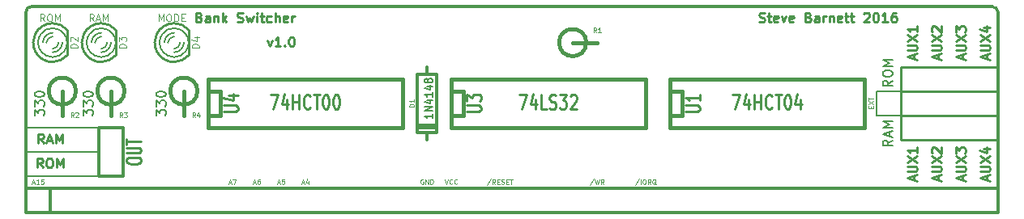
<source format=gto>
G04 (created by PCBNEW (2013-03-19 BZR 4004)-stable) date 13/06/2016 14:56:16*
%MOIN*%
G04 Gerber Fmt 3.4, Leading zero omitted, Abs format*
%FSLAX34Y34*%
G01*
G70*
G90*
G04 APERTURE LIST*
%ADD10C,0.006*%
%ADD11C,0.00492126*%
%ADD12C,0.00984252*%
%ADD13C,0.00787402*%
%ADD14C,0.012*%
%ADD15C,0.015*%
%ADD16C,0.01*%
%ADD17C,0.01125*%
%ADD18C,0.0035*%
%ADD19C,0.00755905*%
%ADD20C,0.008*%
G04 APERTURE END LIST*
G54D10*
G54D11*
X25732Y-7623D02*
X25564Y-7876D01*
X25798Y-7829D02*
X25798Y-7632D01*
X25929Y-7632D02*
X25967Y-7632D01*
X25985Y-7642D01*
X26004Y-7660D01*
X26014Y-7698D01*
X26014Y-7764D01*
X26004Y-7801D01*
X25985Y-7820D01*
X25967Y-7829D01*
X25929Y-7829D01*
X25910Y-7820D01*
X25892Y-7801D01*
X25882Y-7764D01*
X25882Y-7698D01*
X25892Y-7660D01*
X25910Y-7642D01*
X25929Y-7632D01*
X26210Y-7829D02*
X26145Y-7735D01*
X26098Y-7829D02*
X26098Y-7632D01*
X26173Y-7632D01*
X26192Y-7642D01*
X26201Y-7651D01*
X26210Y-7670D01*
X26210Y-7698D01*
X26201Y-7717D01*
X26192Y-7726D01*
X26173Y-7735D01*
X26098Y-7735D01*
X26426Y-7848D02*
X26407Y-7839D01*
X26389Y-7820D01*
X26360Y-7792D01*
X26342Y-7782D01*
X26323Y-7782D01*
X26332Y-7829D02*
X26314Y-7820D01*
X26295Y-7801D01*
X26285Y-7764D01*
X26285Y-7698D01*
X26295Y-7660D01*
X26314Y-7642D01*
X26332Y-7632D01*
X26370Y-7632D01*
X26389Y-7642D01*
X26407Y-7660D01*
X26417Y-7698D01*
X26417Y-7764D01*
X26407Y-7801D01*
X26389Y-7820D01*
X26370Y-7829D01*
X26332Y-7829D01*
X23873Y-7623D02*
X23704Y-7876D01*
X23920Y-7632D02*
X23967Y-7829D01*
X24004Y-7689D01*
X24042Y-7829D01*
X24089Y-7632D01*
X24276Y-7829D02*
X24210Y-7735D01*
X24164Y-7829D02*
X24164Y-7632D01*
X24239Y-7632D01*
X24257Y-7642D01*
X24267Y-7651D01*
X24276Y-7670D01*
X24276Y-7698D01*
X24267Y-7717D01*
X24257Y-7726D01*
X24239Y-7735D01*
X24164Y-7735D01*
X19639Y-7623D02*
X19470Y-7876D01*
X19817Y-7829D02*
X19751Y-7735D01*
X19704Y-7829D02*
X19704Y-7632D01*
X19779Y-7632D01*
X19798Y-7642D01*
X19807Y-7651D01*
X19817Y-7670D01*
X19817Y-7698D01*
X19807Y-7717D01*
X19798Y-7726D01*
X19779Y-7735D01*
X19704Y-7735D01*
X19901Y-7726D02*
X19967Y-7726D01*
X19995Y-7829D02*
X19901Y-7829D01*
X19901Y-7632D01*
X19995Y-7632D01*
X20070Y-7820D02*
X20098Y-7829D01*
X20145Y-7829D01*
X20164Y-7820D01*
X20173Y-7810D01*
X20182Y-7792D01*
X20182Y-7773D01*
X20173Y-7754D01*
X20164Y-7745D01*
X20145Y-7735D01*
X20107Y-7726D01*
X20089Y-7717D01*
X20079Y-7707D01*
X20070Y-7689D01*
X20070Y-7670D01*
X20079Y-7651D01*
X20089Y-7642D01*
X20107Y-7632D01*
X20154Y-7632D01*
X20182Y-7642D01*
X20267Y-7726D02*
X20332Y-7726D01*
X20360Y-7829D02*
X20267Y-7829D01*
X20267Y-7632D01*
X20360Y-7632D01*
X20417Y-7632D02*
X20529Y-7632D01*
X20473Y-7829D02*
X20473Y-7632D01*
X17737Y-7632D02*
X17803Y-7829D01*
X17868Y-7632D01*
X18046Y-7810D02*
X18037Y-7820D01*
X18009Y-7829D01*
X17990Y-7829D01*
X17962Y-7820D01*
X17943Y-7801D01*
X17934Y-7782D01*
X17925Y-7745D01*
X17925Y-7717D01*
X17934Y-7679D01*
X17943Y-7660D01*
X17962Y-7642D01*
X17990Y-7632D01*
X18009Y-7632D01*
X18037Y-7642D01*
X18046Y-7651D01*
X18243Y-7810D02*
X18234Y-7820D01*
X18206Y-7829D01*
X18187Y-7829D01*
X18159Y-7820D01*
X18140Y-7801D01*
X18131Y-7782D01*
X18121Y-7745D01*
X18121Y-7717D01*
X18131Y-7679D01*
X18140Y-7660D01*
X18159Y-7642D01*
X18187Y-7632D01*
X18206Y-7632D01*
X18234Y-7642D01*
X18243Y-7651D01*
X16850Y-7642D02*
X16831Y-7632D01*
X16803Y-7632D01*
X16775Y-7642D01*
X16756Y-7660D01*
X16746Y-7679D01*
X16737Y-7717D01*
X16737Y-7745D01*
X16746Y-7782D01*
X16756Y-7801D01*
X16775Y-7820D01*
X16803Y-7829D01*
X16821Y-7829D01*
X16850Y-7820D01*
X16859Y-7810D01*
X16859Y-7745D01*
X16821Y-7745D01*
X16943Y-7829D02*
X16943Y-7632D01*
X17056Y-7829D01*
X17056Y-7632D01*
X17149Y-7829D02*
X17149Y-7632D01*
X17196Y-7632D01*
X17224Y-7642D01*
X17243Y-7660D01*
X17253Y-7679D01*
X17262Y-7717D01*
X17262Y-7745D01*
X17253Y-7782D01*
X17243Y-7801D01*
X17224Y-7820D01*
X17196Y-7829D01*
X17149Y-7829D01*
X11859Y-7773D02*
X11953Y-7773D01*
X11840Y-7829D02*
X11906Y-7632D01*
X11971Y-7829D01*
X12121Y-7698D02*
X12121Y-7829D01*
X12074Y-7623D02*
X12028Y-7764D01*
X12149Y-7764D01*
X10859Y-7773D02*
X10953Y-7773D01*
X10840Y-7829D02*
X10906Y-7632D01*
X10971Y-7829D01*
X11131Y-7632D02*
X11037Y-7632D01*
X11028Y-7726D01*
X11037Y-7717D01*
X11056Y-7707D01*
X11103Y-7707D01*
X11121Y-7717D01*
X11131Y-7726D01*
X11140Y-7745D01*
X11140Y-7792D01*
X11131Y-7810D01*
X11121Y-7820D01*
X11103Y-7829D01*
X11056Y-7829D01*
X11037Y-7820D01*
X11028Y-7810D01*
X9859Y-7773D02*
X9953Y-7773D01*
X9840Y-7829D02*
X9906Y-7632D01*
X9971Y-7829D01*
X10121Y-7632D02*
X10084Y-7632D01*
X10065Y-7642D01*
X10056Y-7651D01*
X10037Y-7679D01*
X10028Y-7717D01*
X10028Y-7792D01*
X10037Y-7810D01*
X10046Y-7820D01*
X10065Y-7829D01*
X10103Y-7829D01*
X10121Y-7820D01*
X10131Y-7810D01*
X10140Y-7792D01*
X10140Y-7745D01*
X10131Y-7726D01*
X10121Y-7717D01*
X10103Y-7707D01*
X10065Y-7707D01*
X10046Y-7717D01*
X10037Y-7726D01*
X10028Y-7745D01*
X8859Y-7773D02*
X8953Y-7773D01*
X8840Y-7829D02*
X8906Y-7632D01*
X8971Y-7829D01*
X9018Y-7632D02*
X9149Y-7632D01*
X9065Y-7829D01*
G54D12*
X10437Y-1896D02*
X10531Y-2159D01*
X10625Y-1896D01*
X10981Y-2159D02*
X10756Y-2159D01*
X10868Y-2159D02*
X10868Y-1765D01*
X10831Y-1821D01*
X10793Y-1859D01*
X10756Y-1878D01*
X11149Y-2121D02*
X11168Y-2140D01*
X11149Y-2159D01*
X11131Y-2140D01*
X11149Y-2121D01*
X11149Y-2159D01*
X11412Y-1765D02*
X11449Y-1765D01*
X11487Y-1784D01*
X11506Y-1803D01*
X11524Y-1840D01*
X11543Y-1915D01*
X11543Y-2009D01*
X11524Y-2084D01*
X11506Y-2121D01*
X11487Y-2140D01*
X11449Y-2159D01*
X11412Y-2159D01*
X11374Y-2140D01*
X11356Y-2121D01*
X11337Y-2084D01*
X11318Y-2009D01*
X11318Y-1915D01*
X11337Y-1840D01*
X11356Y-1803D01*
X11374Y-1784D01*
X11412Y-1765D01*
G54D13*
X3500Y-6500D02*
X500Y-6500D01*
X3500Y-7500D02*
X500Y-7500D01*
X3500Y-5500D02*
X500Y-5500D01*
G54D12*
X30669Y-1140D02*
X30725Y-1159D01*
X30819Y-1159D01*
X30856Y-1140D01*
X30875Y-1121D01*
X30894Y-1084D01*
X30894Y-1046D01*
X30875Y-1009D01*
X30856Y-990D01*
X30819Y-971D01*
X30744Y-953D01*
X30706Y-934D01*
X30687Y-915D01*
X30669Y-878D01*
X30669Y-840D01*
X30687Y-803D01*
X30706Y-784D01*
X30744Y-765D01*
X30837Y-765D01*
X30894Y-784D01*
X31006Y-896D02*
X31156Y-896D01*
X31062Y-765D02*
X31062Y-1103D01*
X31081Y-1140D01*
X31119Y-1159D01*
X31156Y-1159D01*
X31437Y-1140D02*
X31400Y-1159D01*
X31325Y-1159D01*
X31287Y-1140D01*
X31269Y-1103D01*
X31269Y-953D01*
X31287Y-915D01*
X31325Y-896D01*
X31400Y-896D01*
X31437Y-915D01*
X31456Y-953D01*
X31456Y-990D01*
X31269Y-1028D01*
X31587Y-896D02*
X31681Y-1159D01*
X31775Y-896D01*
X32075Y-1140D02*
X32037Y-1159D01*
X31962Y-1159D01*
X31925Y-1140D01*
X31906Y-1103D01*
X31906Y-953D01*
X31925Y-915D01*
X31962Y-896D01*
X32037Y-896D01*
X32075Y-915D01*
X32093Y-953D01*
X32093Y-990D01*
X31906Y-1028D01*
X32693Y-953D02*
X32750Y-971D01*
X32768Y-990D01*
X32787Y-1028D01*
X32787Y-1084D01*
X32768Y-1121D01*
X32750Y-1140D01*
X32712Y-1159D01*
X32562Y-1159D01*
X32562Y-765D01*
X32693Y-765D01*
X32731Y-784D01*
X32750Y-803D01*
X32768Y-840D01*
X32768Y-878D01*
X32750Y-915D01*
X32731Y-934D01*
X32693Y-953D01*
X32562Y-953D01*
X33125Y-1159D02*
X33125Y-953D01*
X33106Y-915D01*
X33068Y-896D01*
X32993Y-896D01*
X32956Y-915D01*
X33125Y-1140D02*
X33087Y-1159D01*
X32993Y-1159D01*
X32956Y-1140D01*
X32937Y-1103D01*
X32937Y-1065D01*
X32956Y-1028D01*
X32993Y-1009D01*
X33087Y-1009D01*
X33125Y-990D01*
X33312Y-1159D02*
X33312Y-896D01*
X33312Y-971D02*
X33331Y-934D01*
X33350Y-915D01*
X33387Y-896D01*
X33425Y-896D01*
X33556Y-896D02*
X33556Y-1159D01*
X33556Y-934D02*
X33574Y-915D01*
X33612Y-896D01*
X33668Y-896D01*
X33706Y-915D01*
X33724Y-953D01*
X33724Y-1159D01*
X34062Y-1140D02*
X34024Y-1159D01*
X33949Y-1159D01*
X33912Y-1140D01*
X33893Y-1103D01*
X33893Y-953D01*
X33912Y-915D01*
X33949Y-896D01*
X34024Y-896D01*
X34062Y-915D01*
X34081Y-953D01*
X34081Y-990D01*
X33893Y-1028D01*
X34193Y-896D02*
X34343Y-896D01*
X34249Y-765D02*
X34249Y-1103D01*
X34268Y-1140D01*
X34306Y-1159D01*
X34343Y-1159D01*
X34418Y-896D02*
X34568Y-896D01*
X34474Y-765D02*
X34474Y-1103D01*
X34493Y-1140D01*
X34531Y-1159D01*
X34568Y-1159D01*
X34981Y-803D02*
X34999Y-784D01*
X35037Y-765D01*
X35131Y-765D01*
X35168Y-784D01*
X35187Y-803D01*
X35206Y-840D01*
X35206Y-878D01*
X35187Y-934D01*
X34962Y-1159D01*
X35206Y-1159D01*
X35449Y-765D02*
X35487Y-765D01*
X35524Y-784D01*
X35543Y-803D01*
X35562Y-840D01*
X35580Y-915D01*
X35580Y-1009D01*
X35562Y-1084D01*
X35543Y-1121D01*
X35524Y-1140D01*
X35487Y-1159D01*
X35449Y-1159D01*
X35412Y-1140D01*
X35393Y-1121D01*
X35374Y-1084D01*
X35356Y-1009D01*
X35356Y-915D01*
X35374Y-840D01*
X35393Y-803D01*
X35412Y-784D01*
X35449Y-765D01*
X35955Y-1159D02*
X35730Y-1159D01*
X35843Y-1159D02*
X35843Y-765D01*
X35805Y-821D01*
X35768Y-859D01*
X35730Y-878D01*
X36293Y-765D02*
X36218Y-765D01*
X36180Y-784D01*
X36162Y-803D01*
X36124Y-859D01*
X36105Y-934D01*
X36105Y-1084D01*
X36124Y-1121D01*
X36143Y-1140D01*
X36180Y-1159D01*
X36255Y-1159D01*
X36293Y-1140D01*
X36312Y-1121D01*
X36330Y-1084D01*
X36330Y-990D01*
X36312Y-953D01*
X36293Y-934D01*
X36255Y-915D01*
X36180Y-915D01*
X36143Y-934D01*
X36124Y-953D01*
X36105Y-990D01*
X7625Y-953D02*
X7681Y-971D01*
X7700Y-990D01*
X7718Y-1028D01*
X7718Y-1084D01*
X7700Y-1121D01*
X7681Y-1140D01*
X7643Y-1159D01*
X7494Y-1159D01*
X7494Y-765D01*
X7625Y-765D01*
X7662Y-784D01*
X7681Y-803D01*
X7700Y-840D01*
X7700Y-878D01*
X7681Y-915D01*
X7662Y-934D01*
X7625Y-953D01*
X7494Y-953D01*
X8056Y-1159D02*
X8056Y-953D01*
X8037Y-915D01*
X8000Y-896D01*
X7925Y-896D01*
X7887Y-915D01*
X8056Y-1140D02*
X8018Y-1159D01*
X7925Y-1159D01*
X7887Y-1140D01*
X7868Y-1103D01*
X7868Y-1065D01*
X7887Y-1028D01*
X7925Y-1009D01*
X8018Y-1009D01*
X8056Y-990D01*
X8243Y-896D02*
X8243Y-1159D01*
X8243Y-934D02*
X8262Y-915D01*
X8300Y-896D01*
X8356Y-896D01*
X8393Y-915D01*
X8412Y-953D01*
X8412Y-1159D01*
X8600Y-1159D02*
X8600Y-765D01*
X8637Y-1009D02*
X8750Y-1159D01*
X8750Y-896D02*
X8600Y-1046D01*
X9200Y-1140D02*
X9256Y-1159D01*
X9350Y-1159D01*
X9387Y-1140D01*
X9406Y-1121D01*
X9425Y-1084D01*
X9425Y-1046D01*
X9406Y-1009D01*
X9387Y-990D01*
X9350Y-971D01*
X9275Y-953D01*
X9237Y-934D01*
X9218Y-915D01*
X9200Y-878D01*
X9200Y-840D01*
X9218Y-803D01*
X9237Y-784D01*
X9275Y-765D01*
X9368Y-765D01*
X9425Y-784D01*
X9556Y-896D02*
X9631Y-1159D01*
X9706Y-971D01*
X9781Y-1159D01*
X9856Y-896D01*
X10006Y-1159D02*
X10006Y-896D01*
X10006Y-765D02*
X9987Y-784D01*
X10006Y-803D01*
X10024Y-784D01*
X10006Y-765D01*
X10006Y-803D01*
X10137Y-896D02*
X10287Y-896D01*
X10193Y-765D02*
X10193Y-1103D01*
X10212Y-1140D01*
X10249Y-1159D01*
X10287Y-1159D01*
X10587Y-1140D02*
X10549Y-1159D01*
X10474Y-1159D01*
X10437Y-1140D01*
X10418Y-1121D01*
X10399Y-1084D01*
X10399Y-971D01*
X10418Y-934D01*
X10437Y-915D01*
X10474Y-896D01*
X10549Y-896D01*
X10587Y-915D01*
X10756Y-1159D02*
X10756Y-765D01*
X10924Y-1159D02*
X10924Y-953D01*
X10906Y-915D01*
X10868Y-896D01*
X10812Y-896D01*
X10774Y-915D01*
X10756Y-934D01*
X11262Y-1140D02*
X11224Y-1159D01*
X11149Y-1159D01*
X11112Y-1140D01*
X11093Y-1103D01*
X11093Y-953D01*
X11112Y-915D01*
X11149Y-896D01*
X11224Y-896D01*
X11262Y-915D01*
X11281Y-953D01*
X11281Y-990D01*
X11093Y-1028D01*
X11449Y-1159D02*
X11449Y-896D01*
X11449Y-971D02*
X11468Y-934D01*
X11487Y-915D01*
X11524Y-896D01*
X11562Y-896D01*
G54D11*
X765Y-7773D02*
X859Y-7773D01*
X746Y-7829D02*
X812Y-7632D01*
X878Y-7829D01*
X1046Y-7829D02*
X934Y-7829D01*
X990Y-7829D02*
X990Y-7632D01*
X971Y-7660D01*
X953Y-7679D01*
X934Y-7689D01*
X1224Y-7632D02*
X1131Y-7632D01*
X1121Y-7726D01*
X1131Y-7717D01*
X1149Y-7707D01*
X1196Y-7707D01*
X1215Y-7717D01*
X1224Y-7726D01*
X1234Y-7745D01*
X1234Y-7792D01*
X1224Y-7810D01*
X1215Y-7820D01*
X1196Y-7829D01*
X1149Y-7829D01*
X1131Y-7820D01*
X1121Y-7810D01*
G54D14*
X40500Y-750D02*
G75*
G03X40250Y-500I-250J0D01*
G74*
G01*
X750Y-500D02*
G75*
G03X500Y-750I0J-250D01*
G74*
G01*
X500Y-750D02*
X500Y-8000D01*
X40250Y-500D02*
X750Y-500D01*
X40500Y-8000D02*
X40500Y-750D01*
G54D12*
X1228Y-6159D02*
X1096Y-5971D01*
X1003Y-6159D02*
X1003Y-5765D01*
X1153Y-5765D01*
X1190Y-5784D01*
X1209Y-5803D01*
X1228Y-5840D01*
X1228Y-5896D01*
X1209Y-5934D01*
X1190Y-5953D01*
X1153Y-5971D01*
X1003Y-5971D01*
X1378Y-6046D02*
X1565Y-6046D01*
X1340Y-6159D02*
X1471Y-5765D01*
X1603Y-6159D01*
X1734Y-6159D02*
X1734Y-5765D01*
X1865Y-6046D01*
X1996Y-5765D01*
X1996Y-6159D01*
X1190Y-7159D02*
X1059Y-6971D01*
X965Y-7159D02*
X965Y-6765D01*
X1115Y-6765D01*
X1153Y-6784D01*
X1171Y-6803D01*
X1190Y-6840D01*
X1190Y-6896D01*
X1171Y-6934D01*
X1153Y-6953D01*
X1115Y-6971D01*
X965Y-6971D01*
X1434Y-6765D02*
X1509Y-6765D01*
X1546Y-6784D01*
X1584Y-6821D01*
X1603Y-6896D01*
X1603Y-7028D01*
X1584Y-7103D01*
X1546Y-7140D01*
X1509Y-7159D01*
X1434Y-7159D01*
X1396Y-7140D01*
X1359Y-7103D01*
X1340Y-7028D01*
X1340Y-6896D01*
X1359Y-6821D01*
X1396Y-6784D01*
X1434Y-6765D01*
X1771Y-7159D02*
X1771Y-6765D01*
X1903Y-7046D01*
X2034Y-6765D01*
X2034Y-7159D01*
X37046Y-7674D02*
X37046Y-7487D01*
X37159Y-7712D02*
X36765Y-7581D01*
X37159Y-7449D01*
X36765Y-7318D02*
X37084Y-7318D01*
X37121Y-7299D01*
X37140Y-7281D01*
X37159Y-7243D01*
X37159Y-7168D01*
X37140Y-7131D01*
X37121Y-7112D01*
X37084Y-7093D01*
X36765Y-7093D01*
X36765Y-6943D02*
X37159Y-6681D01*
X36765Y-6681D02*
X37159Y-6943D01*
X37159Y-6325D02*
X37159Y-6550D01*
X37159Y-6437D02*
X36765Y-6437D01*
X36821Y-6475D01*
X36859Y-6512D01*
X36878Y-6550D01*
X38046Y-7674D02*
X38046Y-7487D01*
X38159Y-7712D02*
X37765Y-7581D01*
X38159Y-7449D01*
X37765Y-7318D02*
X38084Y-7318D01*
X38121Y-7299D01*
X38140Y-7281D01*
X38159Y-7243D01*
X38159Y-7168D01*
X38140Y-7131D01*
X38121Y-7112D01*
X38084Y-7093D01*
X37765Y-7093D01*
X37765Y-6943D02*
X38159Y-6681D01*
X37765Y-6681D02*
X38159Y-6943D01*
X37803Y-6550D02*
X37784Y-6531D01*
X37765Y-6493D01*
X37765Y-6400D01*
X37784Y-6362D01*
X37803Y-6343D01*
X37840Y-6325D01*
X37878Y-6325D01*
X37934Y-6343D01*
X38159Y-6568D01*
X38159Y-6325D01*
X39046Y-7674D02*
X39046Y-7487D01*
X39159Y-7712D02*
X38765Y-7581D01*
X39159Y-7449D01*
X38765Y-7318D02*
X39084Y-7318D01*
X39121Y-7299D01*
X39140Y-7281D01*
X39159Y-7243D01*
X39159Y-7168D01*
X39140Y-7131D01*
X39121Y-7112D01*
X39084Y-7093D01*
X38765Y-7093D01*
X38765Y-6943D02*
X39159Y-6681D01*
X38765Y-6681D02*
X39159Y-6943D01*
X38765Y-6568D02*
X38765Y-6325D01*
X38915Y-6456D01*
X38915Y-6400D01*
X38934Y-6362D01*
X38953Y-6343D01*
X38990Y-6325D01*
X39084Y-6325D01*
X39121Y-6343D01*
X39140Y-6362D01*
X39159Y-6400D01*
X39159Y-6512D01*
X39140Y-6550D01*
X39121Y-6568D01*
X40046Y-7674D02*
X40046Y-7487D01*
X40159Y-7712D02*
X39765Y-7581D01*
X40159Y-7449D01*
X39765Y-7318D02*
X40084Y-7318D01*
X40121Y-7299D01*
X40140Y-7281D01*
X40159Y-7243D01*
X40159Y-7168D01*
X40140Y-7131D01*
X40121Y-7112D01*
X40084Y-7093D01*
X39765Y-7093D01*
X39765Y-6943D02*
X40159Y-6681D01*
X39765Y-6681D02*
X40159Y-6943D01*
X39896Y-6362D02*
X40159Y-6362D01*
X39746Y-6456D02*
X40028Y-6550D01*
X40028Y-6306D01*
X40046Y-2674D02*
X40046Y-2487D01*
X40159Y-2712D02*
X39765Y-2581D01*
X40159Y-2449D01*
X39765Y-2318D02*
X40084Y-2318D01*
X40121Y-2299D01*
X40140Y-2281D01*
X40159Y-2243D01*
X40159Y-2168D01*
X40140Y-2131D01*
X40121Y-2112D01*
X40084Y-2093D01*
X39765Y-2093D01*
X39765Y-1943D02*
X40159Y-1681D01*
X39765Y-1681D02*
X40159Y-1943D01*
X39896Y-1362D02*
X40159Y-1362D01*
X39746Y-1456D02*
X40028Y-1550D01*
X40028Y-1306D01*
X39046Y-2674D02*
X39046Y-2487D01*
X39159Y-2712D02*
X38765Y-2581D01*
X39159Y-2449D01*
X38765Y-2318D02*
X39084Y-2318D01*
X39121Y-2299D01*
X39140Y-2281D01*
X39159Y-2243D01*
X39159Y-2168D01*
X39140Y-2131D01*
X39121Y-2112D01*
X39084Y-2093D01*
X38765Y-2093D01*
X38765Y-1943D02*
X39159Y-1681D01*
X38765Y-1681D02*
X39159Y-1943D01*
X38765Y-1568D02*
X38765Y-1325D01*
X38915Y-1456D01*
X38915Y-1400D01*
X38934Y-1362D01*
X38953Y-1343D01*
X38990Y-1325D01*
X39084Y-1325D01*
X39121Y-1343D01*
X39140Y-1362D01*
X39159Y-1400D01*
X39159Y-1512D01*
X39140Y-1550D01*
X39121Y-1568D01*
X38046Y-2674D02*
X38046Y-2487D01*
X38159Y-2712D02*
X37765Y-2581D01*
X38159Y-2449D01*
X37765Y-2318D02*
X38084Y-2318D01*
X38121Y-2299D01*
X38140Y-2281D01*
X38159Y-2243D01*
X38159Y-2168D01*
X38140Y-2131D01*
X38121Y-2112D01*
X38084Y-2093D01*
X37765Y-2093D01*
X37765Y-1943D02*
X38159Y-1681D01*
X37765Y-1681D02*
X38159Y-1943D01*
X37803Y-1550D02*
X37784Y-1531D01*
X37765Y-1493D01*
X37765Y-1400D01*
X37784Y-1362D01*
X37803Y-1343D01*
X37840Y-1325D01*
X37878Y-1325D01*
X37934Y-1343D01*
X38159Y-1568D01*
X38159Y-1325D01*
X37046Y-2674D02*
X37046Y-2487D01*
X37159Y-2712D02*
X36765Y-2581D01*
X37159Y-2449D01*
X36765Y-2318D02*
X37084Y-2318D01*
X37121Y-2299D01*
X37140Y-2281D01*
X37159Y-2243D01*
X37159Y-2168D01*
X37140Y-2131D01*
X37121Y-2112D01*
X37084Y-2093D01*
X36765Y-2093D01*
X36765Y-1943D02*
X37159Y-1681D01*
X36765Y-1681D02*
X37159Y-1943D01*
X37159Y-1325D02*
X37159Y-1550D01*
X37159Y-1437D02*
X36765Y-1437D01*
X36821Y-1475D01*
X36859Y-1512D01*
X36878Y-1550D01*
G54D14*
X500Y-8000D02*
X40500Y-8000D01*
X40500Y-8000D02*
X40500Y-9000D01*
X40500Y-9000D02*
X500Y-9000D01*
X500Y-9000D02*
X500Y-8000D01*
X1500Y-8000D02*
X1500Y-9000D01*
X4500Y-7500D02*
X3500Y-7500D01*
X3500Y-7500D02*
X3500Y-5500D01*
X3500Y-5500D02*
X4500Y-5500D01*
X4500Y-5500D02*
X4500Y-7500D01*
G54D15*
X27000Y-3500D02*
X35000Y-3500D01*
X35000Y-5500D02*
X27000Y-5500D01*
X27000Y-5500D02*
X27000Y-3500D01*
X27000Y-4000D02*
X27500Y-4000D01*
X27500Y-4000D02*
X27500Y-5000D01*
X27500Y-5000D02*
X27000Y-5000D01*
X35000Y-3500D02*
X35000Y-5500D01*
X8000Y-3500D02*
X16000Y-3500D01*
X16000Y-5500D02*
X8000Y-5500D01*
X8000Y-5500D02*
X8000Y-3500D01*
X8000Y-4000D02*
X8500Y-4000D01*
X8500Y-4000D02*
X8500Y-5000D01*
X8500Y-5000D02*
X8000Y-5000D01*
X16000Y-3500D02*
X16000Y-5500D01*
X18000Y-3500D02*
X26000Y-3500D01*
X26000Y-5500D02*
X18000Y-5500D01*
X18000Y-5500D02*
X18000Y-3500D01*
X18000Y-4000D02*
X18500Y-4000D01*
X18500Y-4000D02*
X18500Y-5000D01*
X18500Y-5000D02*
X18000Y-5000D01*
X26000Y-3500D02*
X26000Y-5500D01*
G54D16*
X2220Y-2500D02*
X2220Y-1500D01*
G54D10*
X1139Y-1615D02*
G75*
G03X1000Y-2000I460J-384D01*
G74*
G01*
X1000Y-2000D02*
G75*
G03X1151Y-2397I599J0D01*
G74*
G01*
X2199Y-2000D02*
G75*
G03X2055Y-1610I-599J0D01*
G74*
G01*
X2060Y-2384D02*
G75*
G03X2200Y-2000I-460J384D01*
G74*
G01*
X2087Y-1650D02*
G75*
G03X1600Y-1400I-487J-349D01*
G74*
G01*
X1600Y-1400D02*
G75*
G03X1120Y-1639I0J-600D01*
G74*
G01*
X1600Y-2599D02*
G75*
G03X2072Y-2368I0J599D01*
G74*
G01*
X1126Y-2368D02*
G75*
G03X1600Y-2600I473J368D01*
G74*
G01*
X1600Y-1750D02*
G75*
G03X1350Y-2000I0J-250D01*
G74*
G01*
X1600Y-1600D02*
G75*
G03X1200Y-2000I0J-400D01*
G74*
G01*
X1600Y-2250D02*
G75*
G03X1850Y-2000I0J250D01*
G74*
G01*
X1600Y-2400D02*
G75*
G03X2000Y-2000I0J400D01*
G74*
G01*
G54D16*
X2213Y-1486D02*
G75*
G03X1600Y-1200I-613J-513D01*
G74*
G01*
X1600Y-1201D02*
G75*
G03X895Y-1623I0J-799D01*
G74*
G01*
X1601Y-2798D02*
G75*
G03X2210Y-2515I-1J798D01*
G74*
G01*
X905Y-2397D02*
G75*
G03X1600Y-2800I694J397D01*
G74*
G01*
X895Y-1620D02*
G75*
G03X800Y-2000I704J-379D01*
G74*
G01*
X800Y-2000D02*
G75*
G03X918Y-2418I799J0D01*
G74*
G01*
X4220Y-2500D02*
X4220Y-1500D01*
G54D10*
X3139Y-1615D02*
G75*
G03X3000Y-2000I460J-384D01*
G74*
G01*
X3000Y-2000D02*
G75*
G03X3151Y-2397I599J0D01*
G74*
G01*
X4199Y-2000D02*
G75*
G03X4055Y-1610I-599J0D01*
G74*
G01*
X4060Y-2384D02*
G75*
G03X4200Y-2000I-460J384D01*
G74*
G01*
X4087Y-1650D02*
G75*
G03X3600Y-1400I-487J-349D01*
G74*
G01*
X3600Y-1400D02*
G75*
G03X3120Y-1639I0J-600D01*
G74*
G01*
X3600Y-2599D02*
G75*
G03X4072Y-2368I0J599D01*
G74*
G01*
X3126Y-2368D02*
G75*
G03X3600Y-2600I473J368D01*
G74*
G01*
X3600Y-1750D02*
G75*
G03X3350Y-2000I0J-250D01*
G74*
G01*
X3600Y-1600D02*
G75*
G03X3200Y-2000I0J-400D01*
G74*
G01*
X3600Y-2250D02*
G75*
G03X3850Y-2000I0J250D01*
G74*
G01*
X3600Y-2400D02*
G75*
G03X4000Y-2000I0J400D01*
G74*
G01*
G54D16*
X4213Y-1486D02*
G75*
G03X3600Y-1200I-613J-513D01*
G74*
G01*
X3600Y-1201D02*
G75*
G03X2895Y-1623I0J-799D01*
G74*
G01*
X3601Y-2798D02*
G75*
G03X4210Y-2515I-1J798D01*
G74*
G01*
X2905Y-2397D02*
G75*
G03X3600Y-2800I694J397D01*
G74*
G01*
X2895Y-1620D02*
G75*
G03X2800Y-2000I704J-379D01*
G74*
G01*
X2800Y-2000D02*
G75*
G03X2918Y-2418I799J0D01*
G74*
G01*
X7220Y-2500D02*
X7220Y-1500D01*
G54D10*
X6139Y-1615D02*
G75*
G03X6000Y-2000I460J-384D01*
G74*
G01*
X6000Y-2000D02*
G75*
G03X6151Y-2397I599J0D01*
G74*
G01*
X7199Y-2000D02*
G75*
G03X7055Y-1610I-599J0D01*
G74*
G01*
X7060Y-2384D02*
G75*
G03X7200Y-2000I-460J384D01*
G74*
G01*
X7087Y-1650D02*
G75*
G03X6600Y-1400I-487J-349D01*
G74*
G01*
X6600Y-1400D02*
G75*
G03X6120Y-1639I0J-600D01*
G74*
G01*
X6600Y-2599D02*
G75*
G03X7072Y-2368I0J599D01*
G74*
G01*
X6126Y-2368D02*
G75*
G03X6600Y-2600I473J368D01*
G74*
G01*
X6600Y-1750D02*
G75*
G03X6350Y-2000I0J-250D01*
G74*
G01*
X6600Y-1600D02*
G75*
G03X6200Y-2000I0J-400D01*
G74*
G01*
X6600Y-2250D02*
G75*
G03X6850Y-2000I0J250D01*
G74*
G01*
X6600Y-2400D02*
G75*
G03X7000Y-2000I0J400D01*
G74*
G01*
G54D16*
X7213Y-1486D02*
G75*
G03X6600Y-1200I-613J-513D01*
G74*
G01*
X6600Y-1201D02*
G75*
G03X5895Y-1623I0J-799D01*
G74*
G01*
X6601Y-2798D02*
G75*
G03X7210Y-2515I-1J798D01*
G74*
G01*
X5905Y-2397D02*
G75*
G03X6600Y-2800I694J397D01*
G74*
G01*
X5895Y-1620D02*
G75*
G03X5800Y-2000I704J-379D01*
G74*
G01*
X5800Y-2000D02*
G75*
G03X5918Y-2418I799J0D01*
G74*
G01*
G54D14*
X17000Y-6000D02*
X17000Y-5700D01*
X17000Y-5700D02*
X17400Y-5700D01*
X17400Y-5700D02*
X17400Y-3300D01*
X17400Y-3300D02*
X17000Y-3300D01*
X17000Y-3300D02*
X17000Y-3000D01*
X17000Y-3300D02*
X16600Y-3300D01*
X16600Y-3300D02*
X16600Y-5700D01*
X16600Y-5700D02*
X17000Y-5700D01*
X17400Y-5500D02*
X16600Y-5500D01*
X16600Y-5400D02*
X17400Y-5400D01*
G54D15*
X23000Y-2000D02*
X24000Y-2000D01*
X23559Y-2000D02*
G75*
G03X23559Y-2000I-559J0D01*
G74*
G01*
X2000Y-4000D02*
X2000Y-5000D01*
X2559Y-4000D02*
G75*
G03X2559Y-4000I-559J0D01*
G74*
G01*
X4000Y-4000D02*
X4000Y-5000D01*
X4559Y-4000D02*
G75*
G03X4559Y-4000I-559J0D01*
G74*
G01*
X7000Y-4000D02*
X7000Y-5000D01*
X7559Y-4000D02*
G75*
G03X7559Y-4000I-559J0D01*
G74*
G01*
G54D16*
X36500Y-3000D02*
X40500Y-3000D01*
X36500Y-4000D02*
X40500Y-4000D01*
X40500Y-4000D02*
X40500Y-3000D01*
X36500Y-3000D02*
X36500Y-4000D01*
X40500Y-6000D02*
X36500Y-6000D01*
X40500Y-5000D02*
X36500Y-5000D01*
X36500Y-5000D02*
X36500Y-6000D01*
X40500Y-6000D02*
X40500Y-5000D01*
X40500Y-5000D02*
X36500Y-5000D01*
X40500Y-4000D02*
X36500Y-4000D01*
X36500Y-4000D02*
X36500Y-5000D01*
X40500Y-5000D02*
X40500Y-4000D01*
G54D10*
X36500Y-5000D02*
X35500Y-5000D01*
X35500Y-4000D02*
X36500Y-4000D01*
X35500Y-5000D02*
X35500Y-4000D01*
X36500Y-4000D02*
X36500Y-5000D01*
G54D16*
X4642Y-6899D02*
X4642Y-6823D01*
X4671Y-6785D01*
X4728Y-6747D01*
X4842Y-6728D01*
X5042Y-6728D01*
X5157Y-6747D01*
X5214Y-6785D01*
X5242Y-6823D01*
X5242Y-6899D01*
X5214Y-6938D01*
X5157Y-6976D01*
X5042Y-6995D01*
X4842Y-6995D01*
X4728Y-6976D01*
X4671Y-6938D01*
X4642Y-6899D01*
X4642Y-6557D02*
X5128Y-6557D01*
X5185Y-6538D01*
X5214Y-6519D01*
X5242Y-6480D01*
X5242Y-6404D01*
X5214Y-6366D01*
X5185Y-6347D01*
X5128Y-6328D01*
X4642Y-6328D01*
X4642Y-6195D02*
X4642Y-5966D01*
X5242Y-6080D02*
X4642Y-6080D01*
G54D17*
X27642Y-4842D02*
X28128Y-4842D01*
X28185Y-4821D01*
X28214Y-4800D01*
X28242Y-4757D01*
X28242Y-4671D01*
X28214Y-4628D01*
X28185Y-4607D01*
X28128Y-4585D01*
X27642Y-4585D01*
X28242Y-4135D02*
X28242Y-4392D01*
X28242Y-4264D02*
X27642Y-4264D01*
X27728Y-4307D01*
X27785Y-4350D01*
X27814Y-4392D01*
G54D14*
G54D17*
X29575Y-4142D02*
X29875Y-4142D01*
X29682Y-4742D01*
X30239Y-4342D02*
X30239Y-4742D01*
X30132Y-4114D02*
X30025Y-4542D01*
X30303Y-4542D01*
X30475Y-4742D02*
X30475Y-4142D01*
X30475Y-4428D02*
X30732Y-4428D01*
X30732Y-4742D02*
X30732Y-4142D01*
X31203Y-4685D02*
X31182Y-4714D01*
X31117Y-4742D01*
X31075Y-4742D01*
X31010Y-4714D01*
X30967Y-4657D01*
X30946Y-4600D01*
X30925Y-4485D01*
X30925Y-4400D01*
X30946Y-4285D01*
X30967Y-4228D01*
X31010Y-4171D01*
X31075Y-4142D01*
X31117Y-4142D01*
X31182Y-4171D01*
X31203Y-4200D01*
X31332Y-4142D02*
X31589Y-4142D01*
X31460Y-4742D02*
X31460Y-4142D01*
X31825Y-4142D02*
X31867Y-4142D01*
X31910Y-4171D01*
X31932Y-4200D01*
X31953Y-4257D01*
X31975Y-4371D01*
X31975Y-4514D01*
X31953Y-4628D01*
X31932Y-4685D01*
X31910Y-4714D01*
X31867Y-4742D01*
X31825Y-4742D01*
X31782Y-4714D01*
X31760Y-4685D01*
X31739Y-4628D01*
X31717Y-4514D01*
X31717Y-4371D01*
X31739Y-4257D01*
X31760Y-4200D01*
X31782Y-4171D01*
X31825Y-4142D01*
X32360Y-4342D02*
X32360Y-4742D01*
X32253Y-4114D02*
X32146Y-4542D01*
X32425Y-4542D01*
G54D14*
G54D17*
X8642Y-4842D02*
X9128Y-4842D01*
X9185Y-4821D01*
X9214Y-4800D01*
X9242Y-4757D01*
X9242Y-4671D01*
X9214Y-4628D01*
X9185Y-4607D01*
X9128Y-4585D01*
X8642Y-4585D01*
X8842Y-4178D02*
X9242Y-4178D01*
X8614Y-4285D02*
X9042Y-4392D01*
X9042Y-4114D01*
G54D14*
G54D17*
X10575Y-4142D02*
X10875Y-4142D01*
X10682Y-4742D01*
X11239Y-4342D02*
X11239Y-4742D01*
X11132Y-4114D02*
X11025Y-4542D01*
X11303Y-4542D01*
X11475Y-4742D02*
X11475Y-4142D01*
X11475Y-4428D02*
X11732Y-4428D01*
X11732Y-4742D02*
X11732Y-4142D01*
X12203Y-4685D02*
X12182Y-4714D01*
X12117Y-4742D01*
X12075Y-4742D01*
X12010Y-4714D01*
X11967Y-4657D01*
X11946Y-4600D01*
X11925Y-4485D01*
X11925Y-4400D01*
X11946Y-4285D01*
X11967Y-4228D01*
X12010Y-4171D01*
X12075Y-4142D01*
X12117Y-4142D01*
X12182Y-4171D01*
X12203Y-4200D01*
X12332Y-4142D02*
X12589Y-4142D01*
X12460Y-4742D02*
X12460Y-4142D01*
X12825Y-4142D02*
X12867Y-4142D01*
X12910Y-4171D01*
X12932Y-4200D01*
X12953Y-4257D01*
X12975Y-4371D01*
X12975Y-4514D01*
X12953Y-4628D01*
X12932Y-4685D01*
X12910Y-4714D01*
X12867Y-4742D01*
X12825Y-4742D01*
X12782Y-4714D01*
X12760Y-4685D01*
X12739Y-4628D01*
X12717Y-4514D01*
X12717Y-4371D01*
X12739Y-4257D01*
X12760Y-4200D01*
X12782Y-4171D01*
X12825Y-4142D01*
X13253Y-4142D02*
X13296Y-4142D01*
X13339Y-4171D01*
X13360Y-4200D01*
X13382Y-4257D01*
X13403Y-4371D01*
X13403Y-4514D01*
X13382Y-4628D01*
X13360Y-4685D01*
X13339Y-4714D01*
X13296Y-4742D01*
X13253Y-4742D01*
X13210Y-4714D01*
X13189Y-4685D01*
X13167Y-4628D01*
X13146Y-4514D01*
X13146Y-4371D01*
X13167Y-4257D01*
X13189Y-4200D01*
X13210Y-4171D01*
X13253Y-4142D01*
G54D14*
G54D17*
X18642Y-4842D02*
X19128Y-4842D01*
X19185Y-4821D01*
X19214Y-4800D01*
X19242Y-4757D01*
X19242Y-4671D01*
X19214Y-4628D01*
X19185Y-4607D01*
X19128Y-4585D01*
X18642Y-4585D01*
X18642Y-4414D02*
X18642Y-4135D01*
X18871Y-4285D01*
X18871Y-4221D01*
X18900Y-4178D01*
X18928Y-4157D01*
X18985Y-4135D01*
X19128Y-4135D01*
X19185Y-4157D01*
X19214Y-4178D01*
X19242Y-4221D01*
X19242Y-4350D01*
X19214Y-4392D01*
X19185Y-4414D01*
G54D14*
G54D17*
X20810Y-4142D02*
X21110Y-4142D01*
X20917Y-4742D01*
X21475Y-4342D02*
X21475Y-4742D01*
X21367Y-4114D02*
X21260Y-4542D01*
X21539Y-4542D01*
X21925Y-4742D02*
X21710Y-4742D01*
X21710Y-4142D01*
X22053Y-4714D02*
X22117Y-4742D01*
X22225Y-4742D01*
X22267Y-4714D01*
X22289Y-4685D01*
X22310Y-4628D01*
X22310Y-4571D01*
X22289Y-4514D01*
X22267Y-4485D01*
X22225Y-4457D01*
X22139Y-4428D01*
X22096Y-4400D01*
X22075Y-4371D01*
X22053Y-4314D01*
X22053Y-4257D01*
X22075Y-4200D01*
X22096Y-4171D01*
X22139Y-4142D01*
X22246Y-4142D01*
X22310Y-4171D01*
X22460Y-4142D02*
X22739Y-4142D01*
X22589Y-4371D01*
X22653Y-4371D01*
X22696Y-4400D01*
X22717Y-4428D01*
X22739Y-4485D01*
X22739Y-4628D01*
X22717Y-4685D01*
X22696Y-4714D01*
X22653Y-4742D01*
X22525Y-4742D01*
X22482Y-4714D01*
X22460Y-4685D01*
X22910Y-4200D02*
X22932Y-4171D01*
X22975Y-4142D01*
X23082Y-4142D01*
X23125Y-4171D01*
X23146Y-4200D01*
X23167Y-4257D01*
X23167Y-4314D01*
X23146Y-4400D01*
X22889Y-4742D01*
X23167Y-4742D01*
G54D18*
X2621Y-2221D02*
X2321Y-2221D01*
X2321Y-2150D01*
X2335Y-2107D01*
X2364Y-2078D01*
X2392Y-2064D01*
X2450Y-2050D01*
X2492Y-2050D01*
X2550Y-2064D01*
X2578Y-2078D01*
X2607Y-2107D01*
X2621Y-2150D01*
X2621Y-2221D01*
X2350Y-1935D02*
X2335Y-1921D01*
X2321Y-1892D01*
X2321Y-1821D01*
X2335Y-1792D01*
X2350Y-1778D01*
X2378Y-1764D01*
X2407Y-1764D01*
X2450Y-1778D01*
X2621Y-1950D01*
X2621Y-1764D01*
X1264Y-1121D02*
X1164Y-978D01*
X1092Y-1121D02*
X1092Y-821D01*
X1207Y-821D01*
X1235Y-835D01*
X1250Y-850D01*
X1264Y-878D01*
X1264Y-921D01*
X1250Y-950D01*
X1235Y-964D01*
X1207Y-978D01*
X1092Y-978D01*
X1450Y-821D02*
X1507Y-821D01*
X1535Y-835D01*
X1564Y-864D01*
X1578Y-921D01*
X1578Y-1021D01*
X1564Y-1078D01*
X1535Y-1107D01*
X1507Y-1121D01*
X1450Y-1121D01*
X1421Y-1107D01*
X1392Y-1078D01*
X1378Y-1021D01*
X1378Y-921D01*
X1392Y-864D01*
X1421Y-835D01*
X1450Y-821D01*
X1707Y-1121D02*
X1707Y-821D01*
X1807Y-1035D01*
X1907Y-821D01*
X1907Y-1121D01*
X4621Y-2221D02*
X4321Y-2221D01*
X4321Y-2150D01*
X4335Y-2107D01*
X4364Y-2078D01*
X4392Y-2064D01*
X4450Y-2050D01*
X4492Y-2050D01*
X4550Y-2064D01*
X4578Y-2078D01*
X4607Y-2107D01*
X4621Y-2150D01*
X4621Y-2221D01*
X4321Y-1950D02*
X4321Y-1764D01*
X4435Y-1864D01*
X4435Y-1821D01*
X4450Y-1792D01*
X4464Y-1778D01*
X4492Y-1764D01*
X4564Y-1764D01*
X4592Y-1778D01*
X4607Y-1792D01*
X4621Y-1821D01*
X4621Y-1907D01*
X4607Y-1935D01*
X4592Y-1950D01*
X3292Y-1121D02*
X3192Y-978D01*
X3121Y-1121D02*
X3121Y-821D01*
X3235Y-821D01*
X3264Y-835D01*
X3278Y-850D01*
X3292Y-878D01*
X3292Y-921D01*
X3278Y-950D01*
X3264Y-964D01*
X3235Y-978D01*
X3121Y-978D01*
X3407Y-1035D02*
X3550Y-1035D01*
X3378Y-1121D02*
X3478Y-821D01*
X3578Y-1121D01*
X3678Y-1121D02*
X3678Y-821D01*
X3778Y-1035D01*
X3878Y-821D01*
X3878Y-1121D01*
X7621Y-2221D02*
X7321Y-2221D01*
X7321Y-2150D01*
X7335Y-2107D01*
X7364Y-2078D01*
X7392Y-2064D01*
X7450Y-2050D01*
X7492Y-2050D01*
X7550Y-2064D01*
X7578Y-2078D01*
X7607Y-2107D01*
X7621Y-2150D01*
X7621Y-2221D01*
X7421Y-1792D02*
X7621Y-1792D01*
X7307Y-1864D02*
X7521Y-1935D01*
X7521Y-1750D01*
X5957Y-1121D02*
X5957Y-821D01*
X6057Y-1035D01*
X6157Y-821D01*
X6157Y-1121D01*
X6357Y-821D02*
X6414Y-821D01*
X6442Y-835D01*
X6471Y-864D01*
X6485Y-921D01*
X6485Y-1021D01*
X6471Y-1078D01*
X6442Y-1107D01*
X6414Y-1121D01*
X6357Y-1121D01*
X6328Y-1107D01*
X6300Y-1078D01*
X6285Y-1021D01*
X6285Y-921D01*
X6300Y-864D01*
X6328Y-835D01*
X6357Y-821D01*
X6614Y-1121D02*
X6614Y-821D01*
X6685Y-821D01*
X6728Y-835D01*
X6757Y-864D01*
X6771Y-892D01*
X6785Y-950D01*
X6785Y-992D01*
X6771Y-1050D01*
X6757Y-1078D01*
X6728Y-1107D01*
X6685Y-1121D01*
X6614Y-1121D01*
X6914Y-964D02*
X7014Y-964D01*
X7057Y-1121D02*
X6914Y-1121D01*
X6914Y-821D01*
X7057Y-821D01*
G54D11*
X16479Y-4645D02*
X16282Y-4645D01*
X16282Y-4598D01*
X16292Y-4570D01*
X16310Y-4551D01*
X16329Y-4542D01*
X16367Y-4532D01*
X16395Y-4532D01*
X16432Y-4542D01*
X16451Y-4551D01*
X16470Y-4570D01*
X16479Y-4598D01*
X16479Y-4645D01*
X16479Y-4345D02*
X16479Y-4457D01*
X16479Y-4401D02*
X16282Y-4401D01*
X16310Y-4420D01*
X16329Y-4439D01*
X16339Y-4457D01*
G54D19*
X17225Y-4947D02*
X17225Y-5120D01*
X17225Y-5034D02*
X16915Y-5034D01*
X16960Y-5063D01*
X16989Y-5091D01*
X17004Y-5120D01*
X17225Y-4818D02*
X16915Y-4818D01*
X17225Y-4645D01*
X16915Y-4645D01*
X17018Y-4371D02*
X17225Y-4371D01*
X16901Y-4443D02*
X17122Y-4515D01*
X17122Y-4328D01*
X17225Y-4055D02*
X17225Y-4228D01*
X17225Y-4141D02*
X16915Y-4141D01*
X16960Y-4170D01*
X16989Y-4199D01*
X17004Y-4228D01*
X17018Y-3796D02*
X17225Y-3796D01*
X16901Y-3868D02*
X17122Y-3940D01*
X17122Y-3752D01*
X17048Y-3594D02*
X17033Y-3623D01*
X17018Y-3637D01*
X16989Y-3652D01*
X16974Y-3652D01*
X16945Y-3637D01*
X16930Y-3623D01*
X16915Y-3594D01*
X16915Y-3536D01*
X16930Y-3508D01*
X16945Y-3493D01*
X16974Y-3479D01*
X16989Y-3479D01*
X17018Y-3493D01*
X17033Y-3508D01*
X17048Y-3536D01*
X17048Y-3594D01*
X17063Y-3623D01*
X17077Y-3637D01*
X17107Y-3652D01*
X17166Y-3652D01*
X17195Y-3637D01*
X17210Y-3623D01*
X17225Y-3594D01*
X17225Y-3536D01*
X17210Y-3508D01*
X17195Y-3493D01*
X17166Y-3479D01*
X17107Y-3479D01*
X17077Y-3493D01*
X17063Y-3508D01*
X17048Y-3536D01*
G54D11*
X23967Y-1579D02*
X23901Y-1485D01*
X23854Y-1579D02*
X23854Y-1382D01*
X23929Y-1382D01*
X23948Y-1392D01*
X23957Y-1401D01*
X23967Y-1420D01*
X23967Y-1448D01*
X23957Y-1467D01*
X23948Y-1476D01*
X23929Y-1485D01*
X23854Y-1485D01*
X24154Y-1579D02*
X24042Y-1579D01*
X24098Y-1579D02*
X24098Y-1382D01*
X24079Y-1410D01*
X24060Y-1429D01*
X24042Y-1439D01*
X2467Y-5079D02*
X2401Y-4985D01*
X2354Y-5079D02*
X2354Y-4882D01*
X2429Y-4882D01*
X2448Y-4892D01*
X2457Y-4901D01*
X2467Y-4920D01*
X2467Y-4948D01*
X2457Y-4967D01*
X2448Y-4976D01*
X2429Y-4985D01*
X2354Y-4985D01*
X2542Y-4901D02*
X2551Y-4892D01*
X2570Y-4882D01*
X2617Y-4882D01*
X2635Y-4892D01*
X2645Y-4901D01*
X2654Y-4920D01*
X2654Y-4939D01*
X2645Y-4967D01*
X2532Y-5079D01*
X2654Y-5079D01*
G54D20*
X865Y-5006D02*
X865Y-4762D01*
X1015Y-4893D01*
X1015Y-4837D01*
X1034Y-4799D01*
X1053Y-4781D01*
X1090Y-4762D01*
X1184Y-4762D01*
X1221Y-4781D01*
X1240Y-4799D01*
X1259Y-4837D01*
X1259Y-4949D01*
X1240Y-4987D01*
X1221Y-5006D01*
X865Y-4631D02*
X865Y-4387D01*
X1015Y-4518D01*
X1015Y-4462D01*
X1034Y-4425D01*
X1053Y-4406D01*
X1090Y-4387D01*
X1184Y-4387D01*
X1221Y-4406D01*
X1240Y-4425D01*
X1259Y-4462D01*
X1259Y-4574D01*
X1240Y-4612D01*
X1221Y-4631D01*
X865Y-4143D02*
X865Y-4106D01*
X884Y-4068D01*
X903Y-4050D01*
X940Y-4031D01*
X1015Y-4012D01*
X1109Y-4012D01*
X1184Y-4031D01*
X1221Y-4050D01*
X1240Y-4068D01*
X1259Y-4106D01*
X1259Y-4143D01*
X1240Y-4181D01*
X1221Y-4200D01*
X1184Y-4218D01*
X1109Y-4237D01*
X1015Y-4237D01*
X940Y-4218D01*
X903Y-4200D01*
X884Y-4181D01*
X865Y-4143D01*
G54D11*
X4467Y-5079D02*
X4401Y-4985D01*
X4354Y-5079D02*
X4354Y-4882D01*
X4429Y-4882D01*
X4448Y-4892D01*
X4457Y-4901D01*
X4467Y-4920D01*
X4467Y-4948D01*
X4457Y-4967D01*
X4448Y-4976D01*
X4429Y-4985D01*
X4354Y-4985D01*
X4532Y-4882D02*
X4654Y-4882D01*
X4589Y-4957D01*
X4617Y-4957D01*
X4635Y-4967D01*
X4645Y-4976D01*
X4654Y-4995D01*
X4654Y-5042D01*
X4645Y-5060D01*
X4635Y-5070D01*
X4617Y-5079D01*
X4560Y-5079D01*
X4542Y-5070D01*
X4532Y-5060D01*
G54D20*
X2865Y-5006D02*
X2865Y-4762D01*
X3015Y-4893D01*
X3015Y-4837D01*
X3034Y-4799D01*
X3053Y-4781D01*
X3090Y-4762D01*
X3184Y-4762D01*
X3221Y-4781D01*
X3240Y-4799D01*
X3259Y-4837D01*
X3259Y-4949D01*
X3240Y-4987D01*
X3221Y-5006D01*
X2865Y-4631D02*
X2865Y-4387D01*
X3015Y-4518D01*
X3015Y-4462D01*
X3034Y-4425D01*
X3053Y-4406D01*
X3090Y-4387D01*
X3184Y-4387D01*
X3221Y-4406D01*
X3240Y-4425D01*
X3259Y-4462D01*
X3259Y-4574D01*
X3240Y-4612D01*
X3221Y-4631D01*
X2865Y-4143D02*
X2865Y-4106D01*
X2884Y-4068D01*
X2903Y-4050D01*
X2940Y-4031D01*
X3015Y-4012D01*
X3109Y-4012D01*
X3184Y-4031D01*
X3221Y-4050D01*
X3240Y-4068D01*
X3259Y-4106D01*
X3259Y-4143D01*
X3240Y-4181D01*
X3221Y-4200D01*
X3184Y-4218D01*
X3109Y-4237D01*
X3015Y-4237D01*
X2940Y-4218D01*
X2903Y-4200D01*
X2884Y-4181D01*
X2865Y-4143D01*
G54D11*
X7467Y-5079D02*
X7401Y-4985D01*
X7354Y-5079D02*
X7354Y-4882D01*
X7429Y-4882D01*
X7448Y-4892D01*
X7457Y-4901D01*
X7467Y-4920D01*
X7467Y-4948D01*
X7457Y-4967D01*
X7448Y-4976D01*
X7429Y-4985D01*
X7354Y-4985D01*
X7635Y-4948D02*
X7635Y-5079D01*
X7589Y-4873D02*
X7542Y-5014D01*
X7664Y-5014D01*
G54D20*
X5865Y-5006D02*
X5865Y-4762D01*
X6015Y-4893D01*
X6015Y-4837D01*
X6034Y-4799D01*
X6053Y-4781D01*
X6090Y-4762D01*
X6184Y-4762D01*
X6221Y-4781D01*
X6240Y-4799D01*
X6259Y-4837D01*
X6259Y-4949D01*
X6240Y-4987D01*
X6221Y-5006D01*
X5865Y-4631D02*
X5865Y-4387D01*
X6015Y-4518D01*
X6015Y-4462D01*
X6034Y-4425D01*
X6053Y-4406D01*
X6090Y-4387D01*
X6184Y-4387D01*
X6221Y-4406D01*
X6240Y-4425D01*
X6259Y-4462D01*
X6259Y-4574D01*
X6240Y-4612D01*
X6221Y-4631D01*
X5865Y-4143D02*
X5865Y-4106D01*
X5884Y-4068D01*
X5903Y-4050D01*
X5940Y-4031D01*
X6015Y-4012D01*
X6109Y-4012D01*
X6184Y-4031D01*
X6221Y-4050D01*
X6240Y-4068D01*
X6259Y-4106D01*
X6259Y-4143D01*
X6240Y-4181D01*
X6221Y-4200D01*
X6184Y-4218D01*
X6109Y-4237D01*
X6015Y-4237D01*
X5940Y-4218D01*
X5903Y-4200D01*
X5884Y-4181D01*
X5865Y-4143D01*
X36161Y-3564D02*
X35971Y-3697D01*
X36161Y-3792D02*
X35761Y-3792D01*
X35761Y-3640D01*
X35780Y-3602D01*
X35800Y-3583D01*
X35838Y-3564D01*
X35895Y-3564D01*
X35933Y-3583D01*
X35952Y-3602D01*
X35971Y-3640D01*
X35971Y-3792D01*
X35761Y-3316D02*
X35761Y-3240D01*
X35780Y-3202D01*
X35819Y-3164D01*
X35895Y-3145D01*
X36028Y-3145D01*
X36104Y-3164D01*
X36142Y-3202D01*
X36161Y-3240D01*
X36161Y-3316D01*
X36142Y-3354D01*
X36104Y-3392D01*
X36028Y-3411D01*
X35895Y-3411D01*
X35819Y-3392D01*
X35780Y-3354D01*
X35761Y-3316D01*
X36161Y-2973D02*
X35761Y-2973D01*
X36047Y-2840D01*
X35761Y-2707D01*
X36161Y-2707D01*
X36161Y-6026D02*
X35971Y-6159D01*
X36161Y-6254D02*
X35761Y-6254D01*
X35761Y-6102D01*
X35780Y-6064D01*
X35800Y-6045D01*
X35838Y-6026D01*
X35895Y-6026D01*
X35933Y-6045D01*
X35952Y-6064D01*
X35971Y-6102D01*
X35971Y-6254D01*
X36047Y-5873D02*
X36047Y-5683D01*
X36161Y-5911D02*
X35761Y-5778D01*
X36161Y-5645D01*
X36161Y-5511D02*
X35761Y-5511D01*
X36047Y-5378D01*
X35761Y-5245D01*
X36161Y-5245D01*
G54D11*
X35276Y-4710D02*
X35276Y-4645D01*
X35379Y-4617D02*
X35379Y-4710D01*
X35182Y-4710D01*
X35182Y-4617D01*
X35182Y-4551D02*
X35379Y-4420D01*
X35182Y-4420D02*
X35379Y-4551D01*
X35182Y-4373D02*
X35182Y-4260D01*
X35379Y-4317D02*
X35182Y-4317D01*
M02*

</source>
